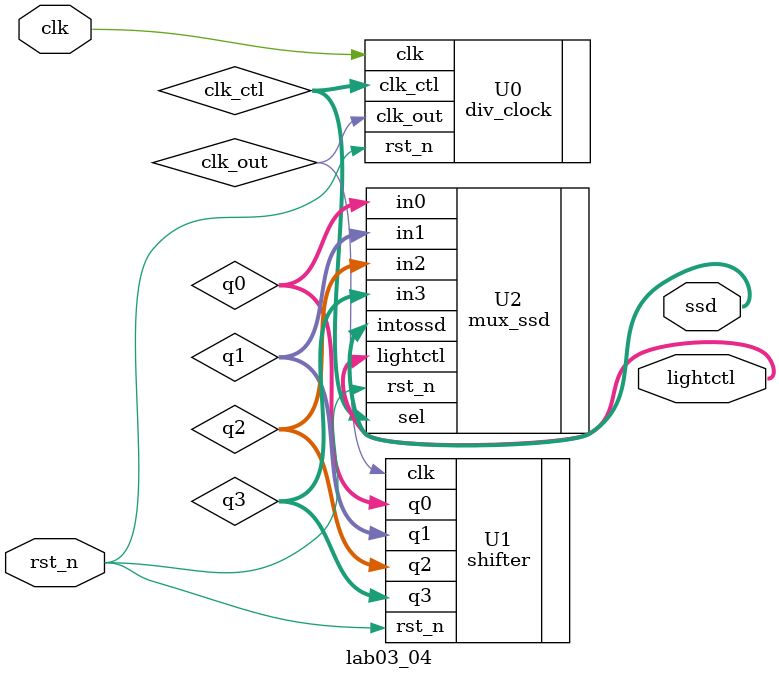
<source format=v>
`timescale 1ns / 1ps


module lab03_04(ssd, lightctl, clk, rst_n);
output [7:0]ssd;    // seven segment display
output[3:0]lightctl;
input clk;
input rst_n;

wire clk_out;
wire [1:0]clk_ctl;
wire [7:0]q0, q1, q2, q3;

div_clock U0(.clk(clk), .clk_out(clk_out), .rst_n(rst_n), .clk_ctl(clk_ctl));
shifter U1(.q0(q0), .q1(q1), .q2(q2), .q3(q3), .clk(clk_out), .rst_n(rst_n));
mux_ssd U2(.rst_n(rst_n), .sel(clk_ctl), .lightctl(lightctl), .in0(q0), .in1(q1), .in2(q2), .in3(q3), .intossd(ssd));
endmodule

</source>
